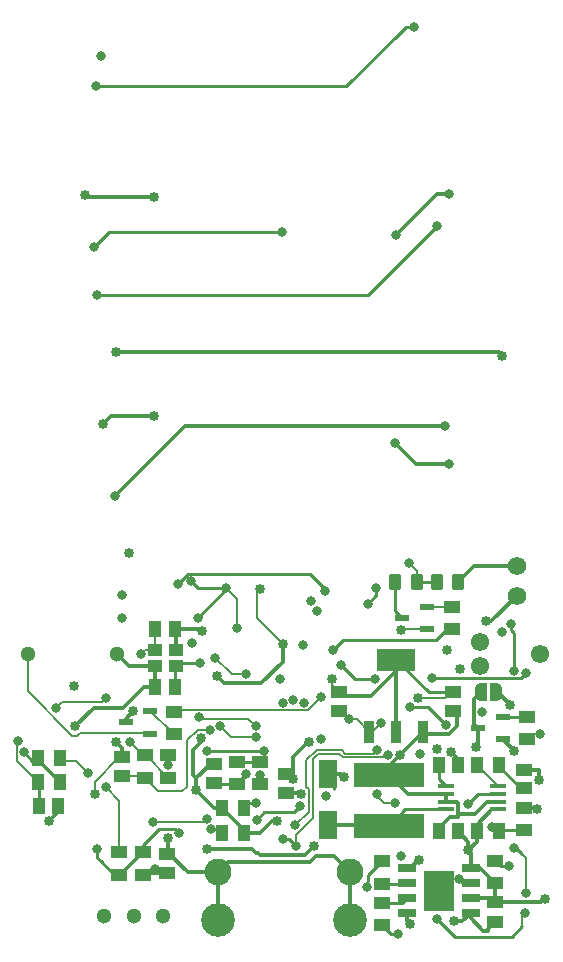
<source format=gbr>
%TF.GenerationSoftware,KiCad,Pcbnew,8.0.5*%
%TF.CreationDate,2024-10-17T19:47:35+02:00*%
%TF.ProjectId,PixelBytesHost,50697865-6c42-4797-9465-73486f73742e,rev?*%
%TF.SameCoordinates,Original*%
%TF.FileFunction,Copper,L4,Bot*%
%TF.FilePolarity,Positive*%
%FSLAX46Y46*%
G04 Gerber Fmt 4.6, Leading zero omitted, Abs format (unit mm)*
G04 Created by KiCad (PCBNEW 8.0.5) date 2024-10-17 19:47:35*
%MOMM*%
%LPD*%
G01*
G04 APERTURE LIST*
G04 Aperture macros list*
%AMRoundRect*
0 Rectangle with rounded corners*
0 $1 Rounding radius*
0 $2 $3 $4 $5 $6 $7 $8 $9 X,Y pos of 4 corners*
0 Add a 4 corners polygon primitive as box body*
4,1,4,$2,$3,$4,$5,$6,$7,$8,$9,$2,$3,0*
0 Add four circle primitives for the rounded corners*
1,1,$1+$1,$2,$3*
1,1,$1+$1,$4,$5*
1,1,$1+$1,$6,$7*
1,1,$1+$1,$8,$9*
0 Add four rect primitives between the rounded corners*
20,1,$1+$1,$2,$3,$4,$5,0*
20,1,$1+$1,$4,$5,$6,$7,0*
20,1,$1+$1,$6,$7,$8,$9,0*
20,1,$1+$1,$8,$9,$2,$3,0*%
%AMFreePoly0*
4,1,19,0.500000,-0.750000,0.000000,-0.750000,0.000000,-0.744911,-0.071157,-0.744911,-0.207708,-0.704816,-0.327430,-0.627875,-0.420627,-0.520320,-0.479746,-0.390866,-0.500000,-0.250000,-0.500000,0.250000,-0.479746,0.390866,-0.420627,0.520320,-0.327430,0.627875,-0.207708,0.704816,-0.071157,0.744911,0.000000,0.744911,0.000000,0.750000,0.500000,0.750000,0.500000,-0.750000,0.500000,-0.750000,
$1*%
%AMFreePoly1*
4,1,19,0.000000,0.744911,0.071157,0.744911,0.207708,0.704816,0.327430,0.627875,0.420627,0.520320,0.479746,0.390866,0.500000,0.250000,0.500000,-0.250000,0.479746,-0.390866,0.420627,-0.520320,0.327430,-0.627875,0.207708,-0.704816,0.071157,-0.744911,0.000000,-0.744911,0.000000,-0.750000,-0.500000,-0.750000,-0.500000,0.750000,0.000000,0.750000,0.000000,0.744911,0.000000,0.744911,
$1*%
G04 Aperture macros list end*
%TA.AperFunction,ComponentPad*%
%ADD10C,1.550000*%
%TD*%
%TA.AperFunction,ComponentPad*%
%ADD11C,2.280000*%
%TD*%
%TA.AperFunction,ComponentPad*%
%ADD12C,2.850000*%
%TD*%
%TA.AperFunction,SMDPad,CuDef*%
%ADD13R,1.470000X1.050000*%
%TD*%
%TA.AperFunction,SMDPad,CuDef*%
%ADD14R,1.050000X1.470000*%
%TD*%
%TA.AperFunction,SMDPad,CuDef*%
%ADD15R,1.525000X0.700000*%
%TD*%
%TA.AperFunction,SMDPad,CuDef*%
%ADD16R,2.513000X3.402000*%
%TD*%
%TA.AperFunction,ComponentPad*%
%ADD17C,1.300000*%
%TD*%
%TA.AperFunction,SMDPad,CuDef*%
%ADD18R,1.250000X0.600000*%
%TD*%
%TA.AperFunction,SMDPad,CuDef*%
%ADD19R,1.450000X1.000000*%
%TD*%
%TA.AperFunction,SMDPad,CuDef*%
%ADD20R,1.000000X1.450000*%
%TD*%
%TA.AperFunction,SMDPad,CuDef*%
%ADD21R,6.000000X2.010000*%
%TD*%
%TA.AperFunction,SMDPad,CuDef*%
%ADD22R,1.470000X1.020000*%
%TD*%
%TA.AperFunction,SMDPad,CuDef*%
%ADD23RoundRect,0.250000X-0.262500X-0.450000X0.262500X-0.450000X0.262500X0.450000X-0.262500X0.450000X0*%
%TD*%
%TA.AperFunction,SMDPad,CuDef*%
%ADD24FreePoly0,0.000000*%
%TD*%
%TA.AperFunction,SMDPad,CuDef*%
%ADD25FreePoly1,0.000000*%
%TD*%
%TA.AperFunction,ComponentPad*%
%ADD26C,1.575000*%
%TD*%
%TA.AperFunction,SMDPad,CuDef*%
%ADD27R,1.020000X1.470000*%
%TD*%
%TA.AperFunction,SMDPad,CuDef*%
%ADD28R,1.400000X0.450000*%
%TD*%
%TA.AperFunction,SMDPad,CuDef*%
%ADD29R,0.900000X1.950000*%
%TD*%
%TA.AperFunction,SMDPad,CuDef*%
%ADD30R,3.200000X1.950000*%
%TD*%
%TA.AperFunction,SMDPad,CuDef*%
%ADD31R,1.200000X1.000000*%
%TD*%
%TA.AperFunction,SMDPad,CuDef*%
%ADD32R,1.550000X2.350000*%
%TD*%
%TA.AperFunction,ViaPad*%
%ADD33C,0.800000*%
%TD*%
%TA.AperFunction,ViaPad*%
%ADD34C,0.850000*%
%TD*%
%TA.AperFunction,Conductor*%
%ADD35C,0.200000*%
%TD*%
%TA.AperFunction,Conductor*%
%ADD36C,0.250000*%
%TD*%
%TA.AperFunction,Conductor*%
%ADD37C,0.350000*%
%TD*%
G04 APERTURE END LIST*
D10*
%TO.P,J1,7*%
%TO.N,N/C*%
X160170000Y-105900000D03*
%TO.P,J1,8*%
X155090000Y-106916000D03*
%TO.P,J1,9*%
X155090000Y-104884000D03*
%TD*%
D11*
%TO.P,J2,MH1,MH1*%
%TO.N,Vgnd_main*%
X132880000Y-124350000D03*
D12*
%TO.P,J2,MH2,MH2*%
X132880000Y-128350000D03*
%TO.P,J2,MH3,MH3*%
X144120000Y-128350000D03*
D11*
%TO.P,J2,MH4,MH4*%
X144120000Y-124350000D03*
%TD*%
D13*
%TO.P,C15,1*%
%TO.N,BMS_Vcc*%
X156400000Y-128580000D03*
%TO.P,C15,2*%
%TO.N,Vgnd_main*%
X156400000Y-126900000D03*
%TD*%
D14*
%TO.P,C8,1*%
%TO.N,Vgnd_main*%
X127610000Y-108650000D03*
%TO.P,C8,2*%
%TO.N,OSC1*%
X129290000Y-108650000D03*
%TD*%
%TO.P,C7,1*%
%TO.N,Vgnd_main*%
X129290000Y-103750000D03*
%TO.P,C7,2*%
%TO.N,OSC2*%
X127610000Y-103750000D03*
%TD*%
D15*
%TO.P,IC_BMS_TP1,1,TEMP*%
%TO.N,Vgnd_main*%
X154312000Y-123995000D03*
%TO.P,IC_BMS_TP1,2,PROG*%
%TO.N,Net-(IC_BMS_TP1-PROG)*%
X154312000Y-125265000D03*
%TO.P,IC_BMS_TP1,3,GND*%
%TO.N,Vgnd_main*%
X154312000Y-126535000D03*
%TO.P,IC_BMS_TP1,4,VCC*%
%TO.N,BMS_Vcc*%
X154312000Y-127805000D03*
%TO.P,IC_BMS_TP1,5,BAT*%
%TO.N,Vdc_battery*%
X148888000Y-127805000D03*
%TO.P,IC_BMS_TP1,6,~{STDBY}*%
%TO.N,Net-(IC_BMS_TP1-~{STDBY})*%
X148888000Y-126535000D03*
%TO.P,IC_BMS_TP1,7,~{CHRG}*%
%TO.N,Net-(IC_BMS_TP1-~{CHRG})*%
X148888000Y-125265000D03*
%TO.P,IC_BMS_TP1,8,CE*%
%TO.N,BMS_Vcc*%
X148888000Y-123995000D03*
D16*
%TO.P,IC_BMS_TP1,9,EP*%
%TO.N,unconnected-(IC_BMS_TP1-EP-Pad9)*%
X151600000Y-125900000D03*
%TD*%
D17*
%TO.P,LS1,1,+*%
%TO.N,Net-(LS1-+)*%
X116800000Y-105900000D03*
%TO.P,LS1,2,-*%
%TO.N,Vgnd_main*%
X124400000Y-105900000D03*
%TD*%
D18*
%TO.P,Q2,1*%
%TO.N,Net-(Q2-Pad1)*%
X127200000Y-110690000D03*
%TO.P,Q2,2*%
%TO.N,Net-(LS1-+)*%
X127200000Y-112600000D03*
%TO.P,Q2,3*%
%TO.N,display_main*%
X125100000Y-111645000D03*
%TD*%
D19*
%TO.P,R4,1*%
%TO.N,Buzzer*%
X129200000Y-110745000D03*
%TO.P,R4,2*%
%TO.N,Net-(Q2-Pad1)*%
X129200000Y-112645000D03*
%TD*%
D20*
%TO.P,R10,1*%
%TO.N,Net-(R10-Pad1)*%
X117650000Y-114700000D03*
%TO.P,R10,2*%
%TO.N,uc_supply*%
X119550000Y-114700000D03*
%TD*%
D19*
%TO.P,R14,1*%
%TO.N,Net-(R11-Pad2)*%
X124570000Y-124550000D03*
%TO.P,R14,2*%
%TO.N,uc_supply*%
X124570000Y-122650000D03*
%TD*%
%TO.P,R13,1*%
%TO.N,Net-(R12-Pad1)*%
X126700000Y-114450000D03*
%TO.P,R13,2*%
%TO.N,S_up*%
X126700000Y-116350000D03*
%TD*%
%TO.P,R16,1*%
%TO.N,Net-(R15-Pad2)*%
X136500000Y-115000000D03*
%TO.P,R16,2*%
%TO.N,uc_supply*%
X136500000Y-116900000D03*
%TD*%
%TO.P,R23,1*%
%TO.N,Net-(IC_BMS_TP1-~{STDBY})*%
X146800000Y-126950000D03*
%TO.P,R23,2*%
%TO.N,Net-(LED_green_bms1-K)*%
X146800000Y-128850000D03*
%TD*%
%TO.P,R24,1*%
%TO.N,Net-(IC_BMS_TP1-~{CHRG})*%
X146800000Y-125300000D03*
%TO.P,R24,2*%
%TO.N,Net-(LED_Red_bms1-K)*%
X146800000Y-123400000D03*
%TD*%
%TO.P,R21,1*%
%TO.N,Vgnd_main*%
X156400000Y-125250000D03*
%TO.P,R21,2*%
%TO.N,Net-(IC_BMS_TP1-PROG)*%
X156400000Y-123350000D03*
%TD*%
D20*
%TO.P,R25,1*%
%TO.N,Vgnd_main*%
X133250000Y-118900000D03*
%TO.P,R25,2*%
%TO.N,Net-(J2-CC1)*%
X135150000Y-118900000D03*
%TD*%
D17*
%TO.P,SW_Toggle1,1,1*%
%TO.N,Vdc_battery*%
X123275000Y-128050000D03*
%TO.P,SW_Toggle1,2,2*%
%TO.N,In_Vcc*%
X125775000Y-128050000D03*
%TO.P,SW_Toggle1,3,3*%
%TO.N,unconnected-(SW_Toggle1-Pad3)*%
X128275000Y-128050000D03*
%TD*%
D21*
%TO.P,L1,1*%
%TO.N,Net-(D1-A)*%
X147400000Y-120400000D03*
%TO.P,L1,2*%
%TO.N,In_Vcc*%
X147400000Y-116100000D03*
%TD*%
D18*
%TO.P,Q3,1*%
%TO.N,Net-(Q3-Pad1)*%
X157050065Y-111169365D03*
%TO.P,Q3,2*%
%TO.N,display_main*%
X157050065Y-113079365D03*
%TO.P,Q3,3*%
%TO.N,display_supply*%
X154950065Y-112124365D03*
%TD*%
D22*
%TO.P,C21,1*%
%TO.N,Vgnd_main*%
X138700000Y-116000000D03*
%TO.P,C21,2*%
%TO.N,display_supply*%
X138700000Y-117600000D03*
%TD*%
D23*
%TO.P,R3,1*%
%TO.N,Net-(Q1-Pad3)*%
X147937500Y-99800000D03*
%TO.P,R3,2*%
%TO.N,bat_meas*%
X149762500Y-99800000D03*
%TD*%
D19*
%TO.P,R1,1*%
%TO.N,meas_bat_en*%
X152750000Y-103750000D03*
%TO.P,R1,2*%
%TO.N,Net-(Q1-Pad1)*%
X152750000Y-101850000D03*
%TD*%
D24*
%TO.P,JP2,1,A*%
%TO.N,display_supply*%
X155150000Y-109100000D03*
D25*
%TO.P,JP2,2,B*%
%TO.N,display_main*%
X156450000Y-109100000D03*
%TD*%
D20*
%TO.P,R9,1*%
%TO.N,S_left*%
X117650000Y-116700000D03*
%TO.P,R9,2*%
%TO.N,Net-(R10-Pad1)*%
X119550000Y-116700000D03*
%TD*%
D19*
%TO.P,R11,1*%
%TO.N,S_down*%
X126600000Y-124550000D03*
%TO.P,R11,2*%
%TO.N,Net-(R11-Pad2)*%
X126600000Y-122650000D03*
%TD*%
D22*
%TO.P,C12,1*%
%TO.N,S_right*%
X132575000Y-116750000D03*
%TO.P,C12,2*%
%TO.N,Vgnd_main*%
X132575000Y-115150000D03*
%TD*%
D20*
%TO.P,R28,1*%
%TO.N,Net-(IC3-FB)*%
X156750000Y-120850000D03*
%TO.P,R28,2*%
%TO.N,Vgnd_main*%
X154850000Y-120850000D03*
%TD*%
D19*
%TO.P,R15,1*%
%TO.N,S_right*%
X134500000Y-116900000D03*
%TO.P,R15,2*%
%TO.N,Net-(R15-Pad2)*%
X134500000Y-115000000D03*
%TD*%
D26*
%TO.P,J3,1,1*%
%TO.N,Vdc_battery*%
X158200000Y-98450000D03*
%TO.P,J3,2,2*%
%TO.N,Vgnd_main*%
X158200000Y-100950000D03*
%TD*%
D23*
%TO.P,R2,1*%
%TO.N,bat_meas*%
X151437500Y-99800000D03*
%TO.P,R2,2*%
%TO.N,Vdc_battery*%
X153262500Y-99800000D03*
%TD*%
D27*
%TO.P,C19,1*%
%TO.N,Vgnd_main*%
X153200000Y-120850000D03*
%TO.P,C19,2*%
%TO.N,In_Vcc*%
X151600000Y-120850000D03*
%TD*%
D19*
%TO.P,R27,1*%
%TO.N,display_supply*%
X158800000Y-118900000D03*
%TO.P,R27,2*%
%TO.N,Net-(IC3-FB)*%
X158800000Y-120800000D03*
%TD*%
%TO.P,R12,1*%
%TO.N,Net-(R12-Pad1)*%
X128705000Y-116350000D03*
%TO.P,R12,2*%
%TO.N,uc_supply*%
X128705000Y-114450000D03*
%TD*%
D22*
%TO.P,C18,1*%
%TO.N,Vgnd_main*%
X158800000Y-115650000D03*
%TO.P,C18,2*%
%TO.N,Net-(C18-Pad2)*%
X158800000Y-117250000D03*
%TD*%
D27*
%TO.P,C20,1*%
%TO.N,Vgnd_main*%
X153200000Y-115250000D03*
%TO.P,C20,2*%
%TO.N,Net-(IC3-SS)*%
X151600000Y-115250000D03*
%TD*%
D28*
%TO.P,IC3,1,COMP*%
%TO.N,Net-(IC3-COMP)*%
X156600000Y-117075000D03*
%TO.P,IC3,2,FB*%
%TO.N,Net-(IC3-FB)*%
X156600000Y-117725000D03*
%TO.P,IC3,3,EN*%
%TO.N,In_Vcc*%
X156600000Y-118375000D03*
%TO.P,IC3,4,PGND*%
%TO.N,Vgnd_main*%
X156600000Y-119025000D03*
%TO.P,IC3,5,SW*%
%TO.N,Net-(D1-A)*%
X152200000Y-119025000D03*
%TO.P,IC3,6,IN*%
%TO.N,In_Vcc*%
X152200000Y-118375000D03*
%TO.P,IC3,7,FREQ*%
X152200000Y-117725000D03*
%TO.P,IC3,8,SS*%
%TO.N,Net-(IC3-SS)*%
X152200000Y-117075000D03*
%TD*%
D22*
%TO.P,C16,1*%
%TO.N,In_Vcc*%
X152800000Y-110705000D03*
%TO.P,C16,2*%
%TO.N,Vgnd_main*%
X152800000Y-109105000D03*
%TD*%
D29*
%TO.P,IC2,1,VIN*%
%TO.N,In_Vcc*%
X150300000Y-112450000D03*
%TO.P,IC2,2,GND_1*%
%TO.N,Vgnd_main*%
X148000000Y-112450000D03*
%TO.P,IC2,3,VOUT*%
%TO.N,uc_supply*%
X145700000Y-112450000D03*
D30*
%TO.P,IC2,4,GND_2*%
%TO.N,Vgnd_main*%
X148000000Y-106350000D03*
%TD*%
D20*
%TO.P,R26,1*%
%TO.N,Net-(IC3-COMP)*%
X154850000Y-115250000D03*
%TO.P,R26,2*%
%TO.N,Net-(C18-Pad2)*%
X156750000Y-115250000D03*
%TD*%
D31*
%TO.P,Y1,1,CRYSTAL_1*%
%TO.N,OSC2*%
X127625000Y-105550000D03*
%TO.P,Y1,2,GND_1*%
%TO.N,Vgnd_main*%
X129325000Y-105550000D03*
%TO.P,Y1,3,CRYSTAL_2*%
%TO.N,OSC1*%
X129325000Y-106850000D03*
%TO.P,Y1,4,GND_2*%
%TO.N,Vgnd_main*%
X127625000Y-106850000D03*
%TD*%
D20*
%TO.P,R29,1*%
%TO.N,Net-(J2-CC2)*%
X133250000Y-121000000D03*
%TO.P,R29,2*%
%TO.N,Vgnd_main*%
X135150000Y-121000000D03*
%TD*%
D22*
%TO.P,C17,1*%
%TO.N,uc_supply*%
X143200000Y-110705000D03*
%TO.P,C17,2*%
%TO.N,Vgnd_main*%
X143200000Y-109105000D03*
%TD*%
D32*
%TO.P,D1,1,K*%
%TO.N,display_supply*%
X142200000Y-116050000D03*
%TO.P,D1,2,A*%
%TO.N,Net-(D1-A)*%
X142200000Y-120350000D03*
%TD*%
D22*
%TO.P,C10,1*%
%TO.N,S_down*%
X128570000Y-124400000D03*
%TO.P,C10,2*%
%TO.N,Vgnd_main*%
X128570000Y-122800000D03*
%TD*%
%TO.P,C11,1*%
%TO.N,Vgnd_main*%
X124805000Y-114600000D03*
%TO.P,C11,2*%
%TO.N,S_up*%
X124805000Y-116200000D03*
%TD*%
D19*
%TO.P,R22,1*%
%TO.N,uc_enable_display*%
X159100065Y-113074365D03*
%TO.P,R22,2*%
%TO.N,Net-(Q3-Pad1)*%
X159100065Y-111174365D03*
%TD*%
D18*
%TO.P,Q1,1*%
%TO.N,Net-(Q1-Pad1)*%
X150600000Y-101845000D03*
%TO.P,Q1,2*%
%TO.N,Vgnd_main*%
X150600000Y-103755000D03*
%TO.P,Q1,3*%
%TO.N,Net-(Q1-Pad3)*%
X148500000Y-102800000D03*
%TD*%
D27*
%TO.P,C9,1*%
%TO.N,S_left*%
X117800000Y-118700000D03*
%TO.P,C9,2*%
%TO.N,Vgnd_main*%
X119400000Y-118700000D03*
%TD*%
D33*
%TO.N,uc_supply*%
X128700000Y-115300000D03*
X133600000Y-100300000D03*
X134500000Y-103700000D03*
X123400000Y-117100000D03*
X133100000Y-112000000D03*
X146700000Y-111700000D03*
X130625000Y-99700000D03*
X144000000Y-111400000D03*
X121900000Y-115900000D03*
X150000000Y-114300000D03*
X146300000Y-100275000D03*
X145600000Y-101600000D03*
X136500000Y-116100000D03*
X131200000Y-102800000D03*
X136100000Y-112900000D03*
%TO.N,OSC2*%
X135295158Y-107574999D03*
X126400000Y-105900000D03*
X132700000Y-106200000D03*
%TO.N,OSC1*%
X131400000Y-106600000D03*
D34*
%TO.N,In_Vcc*%
X148362347Y-114387653D03*
%TO.N,Vgnd_main*%
X120800000Y-112000000D03*
X152612071Y-114142775D03*
X154100000Y-122500000D03*
X128700000Y-121400000D03*
X124300000Y-80300000D03*
X160600000Y-126600000D03*
X155600000Y-103100000D03*
X157000000Y-80600000D03*
X148400000Y-103800000D03*
X153400000Y-107100000D03*
X122500000Y-117700000D03*
X131500000Y-113000000D03*
X138400000Y-105000000D03*
X131100000Y-117400000D03*
X142600000Y-108000000D03*
X149812294Y-109574142D03*
X132800000Y-107700000D03*
X136500000Y-100400000D03*
X124300000Y-113300000D03*
X160110254Y-116495644D03*
X137900000Y-120000000D03*
X139300000Y-116464998D03*
X131600000Y-103900000D03*
X118600000Y-120000000D03*
X140599406Y-113322354D03*
%TO.N,BMS_Vcc*%
X149900000Y-123300000D03*
X132000000Y-122400000D03*
X141041585Y-122137979D03*
X152300000Y-105500000D03*
X152900000Y-128500000D03*
%TO.N,display_main*%
X157650000Y-110150000D03*
X158000000Y-114050000D03*
X121700000Y-67000000D03*
X151500000Y-113900000D03*
X123200000Y-86400000D03*
X120700000Y-108600000D03*
X125715686Y-110715686D03*
X127500000Y-85700000D03*
X127500000Y-67200000D03*
D33*
%TO.N,Net-(LED_green_bms1-K)*%
X148200000Y-129600000D03*
%TO.N,Net-(IC_BMS_TP1-PROG)*%
X153356502Y-124920723D03*
X157600000Y-123800000D03*
%TO.N,Net-(IC3-FB)*%
X156100000Y-120500000D03*
X154050000Y-118599997D03*
%TO.N,uc_enable_display*%
X141600000Y-113100000D03*
X160200000Y-112650000D03*
%TO.N,Net-(LED_Red_bms1-K)*%
X145500000Y-125600000D03*
D34*
%TO.N,display_supply*%
X154750000Y-113775000D03*
X159900000Y-119000000D03*
X143600000Y-116300000D03*
X139950000Y-117726281D03*
D33*
%TO.N,SWDIO*%
X143300000Y-106800000D03*
X159000000Y-107500000D03*
X151000000Y-107900000D03*
X146200000Y-108000000D03*
%TO.N,reset*%
X138200000Y-108000000D03*
X157000000Y-104000000D03*
%TO.N,SWCLK*%
X158000000Y-107300000D03*
X157700000Y-103300000D03*
%TO.N,Net-(J2-CC1)*%
X136100000Y-118500000D03*
%TO.N,Net-(J2-CC2)*%
X136200000Y-119900000D03*
X132300000Y-120700000D03*
X139900002Y-118700000D03*
%TO.N,meas_bat_en*%
X142700000Y-105500000D03*
%TO.N,bat_meas*%
X149100000Y-98200000D03*
X140225735Y-109999998D03*
%TO.N,ISDS_SCL*%
X140800000Y-101400000D03*
X124800000Y-100900000D03*
%TO.N,ISDS_SDA*%
X124800000Y-102800000D03*
X140100000Y-105100000D03*
%TO.N,Net-(R10-Pad1)*%
X116500000Y-114200000D03*
%TO.N,USB_D+*%
X139533884Y-122133884D03*
X147276992Y-114376992D03*
X138400000Y-121500000D03*
%TO.N,USB_D-*%
X146416560Y-114000000D03*
X139475735Y-120375735D03*
%TO.N,Net-(R12-Pad1)*%
X125445668Y-113325000D03*
%TO.N,Net-(R11-Pad2)*%
X122700000Y-122400000D03*
X129636659Y-120983707D03*
%TO.N,Net-(R15-Pad2)*%
X136800000Y-114100000D03*
X132000000Y-114039998D03*
%TO.N,Net-(R18-Pad2)*%
X158004747Y-122254113D03*
X159000000Y-126125000D03*
X151500000Y-128300000D03*
X158900000Y-127800000D03*
%TO.N,Net-(R17-Pad2)*%
X147900000Y-118500000D03*
X149184015Y-110384015D03*
X146400000Y-117705002D03*
X152200000Y-111900000D03*
%TO.N,Net-(U1-Vdi_s5)*%
X124200000Y-92450000D03*
X152150000Y-86550000D03*
%TO.N,Net-(U1-Vdi_s3)*%
X138300000Y-70100000D03*
X122400000Y-71400000D03*
%TO.N,Net-(U1-Vdi_s2)*%
X122600000Y-57800000D03*
X149500000Y-52800000D03*
%TO.N,Net-(U1-Vdi_s6)*%
X152450000Y-89800000D03*
X147950000Y-70400000D03*
X147900000Y-88000000D03*
X152500000Y-66900000D03*
%TO.N,Net-(U1-Vdi_s4)*%
X122700000Y-75500000D03*
X151500000Y-69600000D03*
%TO.N,PWM_display*%
X139300000Y-109800000D03*
X123000000Y-55200000D03*
%TO.N,Buzzer*%
X141600000Y-109500000D03*
%TO.N,S_b*%
X155300000Y-110800000D03*
X138422503Y-109999998D03*
%TO.N,S_a*%
X148400000Y-123000000D03*
X142100000Y-117900000D03*
%TO.N,S_right*%
X135300000Y-116000000D03*
%TO.N,S_left*%
X119200000Y-110400000D03*
X136100000Y-112000000D03*
X131300000Y-111199998D03*
X116000000Y-113200000D03*
X123400000Y-109625000D03*
%TO.N,S_down*%
X131983988Y-119857302D03*
X127600000Y-124100000D03*
X127400000Y-120100000D03*
%TO.N,S_up*%
X132224786Y-112275214D03*
%TO.N,ISDS_int_0*%
X141325000Y-102200000D03*
X130700000Y-104900000D03*
%TO.N,ISDS_int_1*%
X129525000Y-99949498D03*
X142000000Y-100500000D03*
D34*
%TO.N,Vdc_battery*%
X125400000Y-97300000D03*
X149150000Y-128750000D03*
%TD*%
D35*
%TO.N,uc_supply*%
X119550000Y-114900000D02*
X120900000Y-114900000D01*
D36*
X131225000Y-100300000D02*
X130625000Y-99700000D01*
X146300000Y-100900000D02*
X145600000Y-101600000D01*
D35*
X136425000Y-116900000D02*
X136425000Y-116175000D01*
X144000000Y-111400000D02*
X143895000Y-111400000D01*
X143895000Y-111400000D02*
X143200000Y-110705000D01*
D36*
X133600000Y-100400000D02*
X133600000Y-100300000D01*
X146300000Y-100275000D02*
X146300000Y-100900000D01*
D35*
X124570000Y-122650000D02*
X124570000Y-118270000D01*
X144650000Y-111400000D02*
X145700000Y-112450000D01*
X145700000Y-112450000D02*
X145950000Y-112450000D01*
X120900000Y-114900000D02*
X121900000Y-115900000D01*
D36*
X131200000Y-102800000D02*
X133600000Y-100400000D01*
D35*
X128700000Y-115300000D02*
X128700000Y-114455000D01*
X144000000Y-111400000D02*
X144650000Y-111400000D01*
X134000000Y-112900000D02*
X133100000Y-112000000D01*
X124570000Y-118270000D02*
X123400000Y-117100000D01*
X145950000Y-112450000D02*
X146700000Y-111700000D01*
D36*
X133600000Y-100300000D02*
X131225000Y-100300000D01*
D35*
X134500000Y-103700000D02*
X134500000Y-101200000D01*
X128700000Y-114455000D02*
X128705000Y-114450000D01*
X136100000Y-112900000D02*
X134000000Y-112900000D01*
X136425000Y-116175000D02*
X136500000Y-116100000D01*
X134500000Y-101200000D02*
X133600000Y-100300000D01*
%TO.N,OSC2*%
X127625000Y-105550000D02*
X126750000Y-105550000D01*
X132700000Y-106200000D02*
X134074999Y-107574999D01*
X126750000Y-105550000D02*
X126400000Y-105900000D01*
X127625000Y-103765000D02*
X127610000Y-103750000D01*
X134074999Y-107574999D02*
X135295158Y-107574999D01*
X127625000Y-105550000D02*
X127625000Y-103765000D01*
D36*
%TO.N,OSC1*%
X129290000Y-108650000D02*
X129290000Y-106885000D01*
X129575000Y-106600000D02*
X129325000Y-106850000D01*
X131400000Y-106600000D02*
X129575000Y-106600000D01*
X129290000Y-106885000D02*
X129325000Y-106850000D01*
D37*
%TO.N,In_Vcc*%
X151600000Y-120850000D02*
X151600000Y-120625000D01*
X152200000Y-117725000D02*
X149025000Y-117725000D01*
X147400000Y-115350000D02*
X150300000Y-112450000D01*
X153150000Y-111055000D02*
X152800000Y-110705000D01*
X153150000Y-118375000D02*
X152200000Y-118375000D01*
X150300000Y-112450000D02*
X150475000Y-112625000D01*
X153150000Y-111975305D02*
X153150000Y-111055000D01*
X152500305Y-112625000D02*
X153150000Y-111975305D01*
X156600000Y-118375000D02*
X155675000Y-118375000D01*
X149025000Y-117725000D02*
X147400000Y-116100000D01*
X152200000Y-118375000D02*
X152200000Y-117725000D01*
X152600000Y-119625000D02*
X153275000Y-119625000D01*
X153275000Y-119625000D02*
X153275000Y-119400000D01*
X154650000Y-119400000D02*
X153275000Y-119400000D01*
X150475000Y-112625000D02*
X152500305Y-112625000D01*
X147400000Y-116100000D02*
X147400000Y-115350000D01*
X153275000Y-118500000D02*
X153150000Y-118375000D01*
X150300000Y-112450000D02*
X150525000Y-112675000D01*
X155675000Y-118375000D02*
X154650000Y-119400000D01*
X151600000Y-120625000D02*
X152600000Y-119625000D01*
X153275000Y-119400000D02*
X153275000Y-118500000D01*
%TO.N,Vgnd_main*%
X156050000Y-103100000D02*
X158200000Y-100950000D01*
X129325000Y-105550000D02*
X129325000Y-103785000D01*
D35*
X142600000Y-108000000D02*
X142600000Y-108505000D01*
D37*
X156700000Y-80300000D02*
X157000000Y-80600000D01*
X148000000Y-106350000D02*
X148000000Y-107296016D01*
X139300000Y-114600000D02*
X140400000Y-113500000D01*
X160050000Y-115650000D02*
X160110254Y-115710254D01*
X148000000Y-112450000D02*
X148000000Y-106350000D01*
X156400000Y-125250000D02*
X155145000Y-123995000D01*
D36*
X150755000Y-109105000D02*
X148000000Y-106350000D01*
D37*
X133250000Y-118900000D02*
X132600000Y-118900000D01*
X135150000Y-120800000D02*
X133250000Y-118900000D01*
D35*
X138400000Y-105000000D02*
X136200000Y-102800000D01*
D37*
X144120000Y-124350000D02*
X142770000Y-123000000D01*
X119400000Y-118700000D02*
X119400000Y-119200000D01*
X124900000Y-110400000D02*
X122400000Y-110400000D01*
X156125000Y-119025000D02*
X154850000Y-120300000D01*
X125350000Y-106850000D02*
X124400000Y-105900000D01*
D35*
X152130858Y-109574142D02*
X149812294Y-109574142D01*
D37*
X124950000Y-110350000D02*
X124900000Y-110400000D01*
X155145000Y-123995000D02*
X154312000Y-123995000D01*
X135150000Y-121000000D02*
X135150000Y-120800000D01*
X153200000Y-114730704D02*
X152612071Y-114142775D01*
X130800000Y-116100000D02*
X130800000Y-114000000D01*
X131450000Y-103750000D02*
X131600000Y-103900000D01*
X154312000Y-126535000D02*
X156035000Y-126535000D01*
X154100000Y-121750000D02*
X153200000Y-120850000D01*
X124805000Y-113805000D02*
X124300000Y-113300000D01*
D35*
X152600000Y-109105000D02*
X152130858Y-109574142D01*
X148400000Y-103800000D02*
X148445000Y-103755000D01*
D37*
X145855140Y-109440876D02*
X143535875Y-109440876D01*
X141200000Y-123000000D02*
X140700000Y-123500000D01*
X160110254Y-115710254D02*
X160110254Y-116495644D01*
X140400000Y-113500000D02*
X140577646Y-113322354D01*
X139300000Y-116464998D02*
X139164998Y-116464998D01*
X128700000Y-122670000D02*
X128570000Y-122800000D01*
X154850000Y-121750000D02*
X154100000Y-122500000D01*
X154312000Y-123995000D02*
X154312000Y-122712000D01*
X136550001Y-108349999D02*
X138400000Y-106500000D01*
X127625000Y-106850000D02*
X125350000Y-106850000D01*
X119400000Y-119200000D02*
X118600000Y-120000000D01*
X122400000Y-110400000D02*
X120800000Y-112000000D01*
X132600000Y-118900000D02*
X131100000Y-117400000D01*
X155600000Y-103100000D02*
X156050000Y-103100000D01*
X128795000Y-122800000D02*
X130345000Y-124350000D01*
X132800000Y-107700000D02*
X133449999Y-108349999D01*
D35*
X136200000Y-101300000D02*
X136200000Y-100700000D01*
D37*
X133449999Y-108349999D02*
X136550001Y-108349999D01*
X156600000Y-119025000D02*
X156125000Y-119025000D01*
X135150000Y-121000000D02*
X136500000Y-121000000D01*
X129325000Y-103785000D02*
X129290000Y-103750000D01*
X156400000Y-125250000D02*
X156400000Y-126900000D01*
X148000000Y-107296016D02*
X145855140Y-109440876D01*
X131100000Y-116400000D02*
X130800000Y-116100000D01*
X156035000Y-126535000D02*
X156400000Y-126900000D01*
X154100000Y-122500000D02*
X154100000Y-121750000D01*
X136500000Y-121000000D02*
X137500000Y-120000000D01*
D35*
X142600000Y-108505000D02*
X143200000Y-109105000D01*
D37*
X131100000Y-116400000D02*
X132350000Y-115150000D01*
X139164998Y-116464998D02*
X138700000Y-116000000D01*
X154850000Y-120850000D02*
X154850000Y-121750000D01*
X144120000Y-128350000D02*
X144120000Y-124350000D01*
X126650000Y-108650000D02*
X124950000Y-110350000D01*
X154312000Y-122712000D02*
X154100000Y-122500000D01*
X127610000Y-108650000D02*
X126650000Y-108650000D01*
X138400000Y-106500000D02*
X138400000Y-105000000D01*
X132350000Y-115150000D02*
X132575000Y-115150000D01*
D35*
X152800000Y-109105000D02*
X152600000Y-109105000D01*
X124805000Y-114600000D02*
X124580000Y-114600000D01*
D37*
X128700000Y-121400000D02*
X128700000Y-122670000D01*
D35*
X124580000Y-114600000D02*
X122500000Y-116680000D01*
D36*
X152800000Y-109105000D02*
X150755000Y-109105000D01*
D35*
X136200000Y-102800000D02*
X136200000Y-101300000D01*
D37*
X124805000Y-114600000D02*
X124805000Y-113805000D01*
X127610000Y-108650000D02*
X127610000Y-106865000D01*
X130800000Y-114000000D02*
X131500000Y-113300000D01*
X129290000Y-103750000D02*
X131450000Y-103750000D01*
X131100000Y-117400000D02*
X131100000Y-116400000D01*
X133730000Y-123500000D02*
X132880000Y-124350000D01*
X139300000Y-116464998D02*
X139300000Y-114600000D01*
X124300000Y-80300000D02*
X156700000Y-80300000D01*
D35*
X148445000Y-103755000D02*
X150600000Y-103755000D01*
D37*
X158800000Y-115650000D02*
X160050000Y-115650000D01*
X131500000Y-113300000D02*
X131500000Y-113000000D01*
X132880000Y-128350000D02*
X132880000Y-124350000D01*
X154850000Y-120300000D02*
X154850000Y-120850000D01*
X160300000Y-126900000D02*
X160600000Y-126600000D01*
X137500000Y-120000000D02*
X137900000Y-120000000D01*
X142770000Y-123000000D02*
X141200000Y-123000000D01*
X153200000Y-115250000D02*
X153200000Y-114730704D01*
X140700000Y-123500000D02*
X133730000Y-123500000D01*
X140577646Y-113322354D02*
X140599406Y-113322354D01*
X130345000Y-124350000D02*
X132880000Y-124350000D01*
D35*
X122500000Y-116680000D02*
X122500000Y-117700000D01*
D37*
X128570000Y-122800000D02*
X128795000Y-122800000D01*
X156400000Y-126900000D02*
X160300000Y-126900000D01*
D35*
X136200000Y-100700000D02*
X136500000Y-100400000D01*
D37*
X127610000Y-106865000D02*
X127625000Y-106850000D01*
%TO.N,BMS_Vcc*%
X153617000Y-128500000D02*
X154312000Y-127805000D01*
X136300000Y-122700000D02*
X136508884Y-122908884D01*
X140270680Y-122908884D02*
X141041585Y-122137979D01*
X155400000Y-129300000D02*
X155800000Y-129300000D01*
X136508884Y-122908884D02*
X140270680Y-122908884D01*
X155800000Y-129300000D02*
X155800000Y-129180000D01*
X149205000Y-123995000D02*
X149900000Y-123300000D01*
X154312000Y-128212000D02*
X155400000Y-129300000D01*
X148888000Y-123995000D02*
X149205000Y-123995000D01*
X154312000Y-127805000D02*
X154312000Y-128212000D01*
X148900000Y-123983000D02*
X148888000Y-123995000D01*
X135800000Y-122400000D02*
X136100000Y-122700000D01*
X136100000Y-122700000D02*
X136300000Y-122700000D01*
X152900000Y-128500000D02*
X153617000Y-128500000D01*
X155800000Y-129180000D02*
X156400000Y-128580000D01*
X132000000Y-122400000D02*
X135800000Y-122400000D01*
D36*
%TO.N,Net-(C18-Pad2)*%
X158800000Y-117250000D02*
X158575000Y-117250000D01*
X158575000Y-117250000D02*
X156750000Y-115425000D01*
X156750000Y-115425000D02*
X156750000Y-115250000D01*
%TO.N,Net-(IC3-SS)*%
X151600000Y-116475000D02*
X152200000Y-117075000D01*
X151600000Y-115250000D02*
X151600000Y-116475000D01*
D37*
%TO.N,display_main*%
X156600000Y-109100000D02*
X157650000Y-110150000D01*
X123900000Y-85700000D02*
X123600000Y-86000000D01*
X125100000Y-111331372D02*
X125715686Y-110715686D01*
X156450000Y-109100000D02*
X156600000Y-109100000D01*
X125100000Y-111645000D02*
X125100000Y-111331372D01*
D35*
X157050065Y-113079365D02*
X157050065Y-112850065D01*
D37*
X127500000Y-67200000D02*
X121900000Y-67200000D01*
X157050065Y-113100065D02*
X158000000Y-114050000D01*
X157050065Y-113079365D02*
X157050065Y-113100065D01*
X123600000Y-86000000D02*
X123200000Y-86400000D01*
X121900000Y-67200000D02*
X121700000Y-67000000D01*
D36*
X157055065Y-113074365D02*
X157050065Y-113079365D01*
D37*
X127500000Y-85700000D02*
X123900000Y-85700000D01*
D35*
%TO.N,Net-(IC3-COMP)*%
X156600000Y-117000000D02*
X154850000Y-115250000D01*
X156600000Y-117075000D02*
X156600000Y-117000000D01*
D36*
%TO.N,Net-(LED_green_bms1-K)*%
X148200000Y-129600000D02*
X147550000Y-129600000D01*
X147550000Y-129600000D02*
X146800000Y-128850000D01*
%TO.N,Net-(IC_BMS_TP1-PROG)*%
X153700779Y-125265000D02*
X153356502Y-124920723D01*
X154312000Y-125265000D02*
X153700779Y-125265000D01*
X157600000Y-123800000D02*
X156850000Y-123800000D01*
X156850000Y-123800000D02*
X156400000Y-123350000D01*
%TO.N,Net-(IC_BMS_TP1-~{STDBY})*%
X148473000Y-126950000D02*
X148888000Y-126535000D01*
X146800000Y-126950000D02*
X148473000Y-126950000D01*
%TO.N,Net-(IC_BMS_TP1-~{CHRG})*%
X148853000Y-125300000D02*
X148888000Y-125265000D01*
X146800000Y-125300000D02*
X148853000Y-125300000D01*
%TO.N,Net-(IC3-FB)*%
X156600000Y-117725000D02*
X154924997Y-117725000D01*
X156800000Y-120800000D02*
X156750000Y-120850000D01*
X156400000Y-120500000D02*
X156750000Y-120850000D01*
X156100000Y-120500000D02*
X156400000Y-120500000D01*
X158800000Y-120800000D02*
X156800000Y-120800000D01*
X154924997Y-117725000D02*
X154050000Y-118599997D01*
D35*
%TO.N,uc_enable_display*%
X160200000Y-112650000D02*
X159524430Y-112650000D01*
X159524430Y-112650000D02*
X159100065Y-113074365D01*
D36*
%TO.N,Net-(LED_Red_bms1-K)*%
X145500000Y-125200000D02*
X145585000Y-125115000D01*
X145585000Y-124615000D02*
X146800000Y-123400000D01*
X145500000Y-125600000D02*
X145500000Y-125200000D01*
X145585000Y-125115000D02*
X145585000Y-124615000D01*
D37*
%TO.N,Net-(D1-A)*%
X142200000Y-120350000D02*
X147350000Y-120350000D01*
D36*
X148775000Y-119025000D02*
X147400000Y-120400000D01*
D37*
X147350000Y-120350000D02*
X147400000Y-120400000D01*
D36*
X152200000Y-119025000D02*
X148775000Y-119025000D01*
D37*
%TO.N,display_supply*%
X154575000Y-111749300D02*
X154575000Y-109675000D01*
X158800000Y-118900000D02*
X159800000Y-118900000D01*
X139823719Y-117600000D02*
X139950000Y-117726281D01*
X138700000Y-117600000D02*
X139823719Y-117600000D01*
D35*
X158574480Y-119275520D02*
X158499481Y-119200521D01*
D36*
X142727690Y-117255012D02*
X142727690Y-116577690D01*
D37*
X142200000Y-116050000D02*
X143350000Y-116050000D01*
X154950065Y-113574935D02*
X154750000Y-113775000D01*
X159800000Y-118900000D02*
X159900000Y-119000000D01*
X154575000Y-109675000D02*
X155150000Y-109100000D01*
X154950065Y-112124365D02*
X154950065Y-113574935D01*
D36*
X142727690Y-116577690D02*
X142200000Y-116050000D01*
D37*
X143350000Y-116050000D02*
X143600000Y-116300000D01*
X154950065Y-112124365D02*
X154575000Y-111749300D01*
D36*
%TO.N,SWDIO*%
X151025000Y-107925000D02*
X151000000Y-107900000D01*
X146200000Y-108000000D02*
X144500000Y-108000000D01*
X158575000Y-107925000D02*
X151025000Y-107925000D01*
X159000000Y-107500000D02*
X158575000Y-107925000D01*
X144500000Y-108000000D02*
X143300000Y-106800000D01*
%TO.N,SWCLK*%
X157700000Y-103800000D02*
X158000000Y-104100000D01*
X157700000Y-103300000D02*
X157700000Y-103800000D01*
X158000000Y-104100000D02*
X158000000Y-107300000D01*
%TO.N,Net-(J2-CC1)*%
X136100000Y-118500000D02*
X135550000Y-118500000D01*
X135550000Y-118500000D02*
X135150000Y-118900000D01*
%TO.N,Net-(J2-CC2)*%
X139350002Y-119250000D02*
X137500000Y-119250000D01*
X132300000Y-120700000D02*
X132950000Y-120700000D01*
X132950000Y-120700000D02*
X133250000Y-121000000D01*
X136850000Y-119250000D02*
X136200000Y-119900000D01*
X137500000Y-119250000D02*
X136850000Y-119250000D01*
X139900002Y-118700000D02*
X139350002Y-119250000D01*
%TO.N,Net-(Q1-Pad3)*%
X147937500Y-102237500D02*
X148500000Y-102800000D01*
X147937500Y-99800000D02*
X147937500Y-102237500D01*
%TO.N,meas_bat_en*%
X143500000Y-104700000D02*
X142700000Y-105500000D01*
X151400000Y-104700000D02*
X143500000Y-104700000D01*
X152750000Y-103750000D02*
X152350000Y-103750000D01*
X152350000Y-103750000D02*
X151400000Y-104700000D01*
%TO.N,bat_meas*%
X151437500Y-99800000D02*
X149762500Y-99800000D01*
D35*
X149762500Y-98862500D02*
X149100000Y-98200000D01*
X149762500Y-99800000D02*
X149762500Y-98862500D01*
D36*
%TO.N,Net-(R10-Pad1)*%
X117650000Y-114900000D02*
X117200000Y-114900000D01*
X117650000Y-114900000D02*
X117750000Y-114900000D01*
X117750000Y-114900000D02*
X119550000Y-116700000D01*
X117200000Y-114900000D02*
X116500000Y-114200000D01*
%TO.N,USB_D+*%
X138400000Y-121500000D02*
X138900000Y-121500000D01*
D35*
X140925000Y-119775000D02*
X139533884Y-121166116D01*
X140925000Y-114775000D02*
X140925000Y-119775000D01*
X139533884Y-121166116D02*
X139533884Y-122133884D01*
X147300000Y-114400000D02*
X147100000Y-114600000D01*
X143200000Y-114300000D02*
X141400000Y-114300000D01*
X147100000Y-114600000D02*
X143500000Y-114600000D01*
X141400000Y-114300000D02*
X140925000Y-114775000D01*
X143500000Y-114600000D02*
X143200000Y-114300000D01*
D36*
X138900000Y-121500000D02*
X139533884Y-122133884D01*
D35*
X147276992Y-114376992D02*
X147300000Y-114400000D01*
%TO.N,USB_D-*%
X143400000Y-114000000D02*
X141275736Y-114000000D01*
X146116560Y-114300000D02*
X143700000Y-114300000D01*
X146416560Y-114000000D02*
X146116560Y-114300000D01*
X141275736Y-114000000D02*
X140400000Y-114875736D01*
X140625000Y-119226470D02*
X139475735Y-120375735D01*
X140400000Y-117100000D02*
X140625000Y-117325000D01*
X140625000Y-117325000D02*
X140625000Y-119226470D01*
X140400000Y-114875736D02*
X140400000Y-117100000D01*
X143700000Y-114300000D02*
X143400000Y-114000000D01*
%TO.N,Net-(R12-Pad1)*%
X126805000Y-114450000D02*
X128705000Y-116350000D01*
X126700000Y-114450000D02*
X126570668Y-114450000D01*
X126570668Y-114450000D02*
X125445668Y-113325000D01*
X126700000Y-114450000D02*
X126805000Y-114450000D01*
D36*
%TO.N,Net-(R11-Pad2)*%
X129636659Y-120983707D02*
X129302952Y-120650000D01*
X123000000Y-123400000D02*
X122700000Y-123100000D01*
X127950000Y-120650000D02*
X126600000Y-122000000D01*
X126470000Y-122650000D02*
X124570000Y-124550000D01*
X122700000Y-123100000D02*
X122700000Y-122400000D01*
X129302952Y-120650000D02*
X127950000Y-120650000D01*
X124150000Y-124550000D02*
X123000000Y-123400000D01*
X126600000Y-122000000D02*
X126600000Y-122650000D01*
X126600000Y-122650000D02*
X126470000Y-122650000D01*
X124570000Y-124550000D02*
X124150000Y-124550000D01*
%TO.N,Net-(R15-Pad2)*%
X134500000Y-115000000D02*
X136425000Y-115000000D01*
X136800000Y-114625000D02*
X136425000Y-115000000D01*
X132000000Y-114039998D02*
X136739998Y-114039998D01*
X136800000Y-114100000D02*
X136800000Y-114625000D01*
X136739998Y-114039998D02*
X136800000Y-114100000D01*
%TO.N,Net-(R18-Pad2)*%
X158700000Y-122800000D02*
X158154113Y-122254113D01*
D35*
X158700000Y-122800000D02*
X159000000Y-123100000D01*
X159000000Y-123100000D02*
X159000000Y-126125000D01*
D36*
X158154113Y-122254113D02*
X158004747Y-122254113D01*
D35*
X158700000Y-128000000D02*
X158900000Y-127800000D01*
D36*
X157800000Y-129800000D02*
X158700000Y-128900000D01*
X151500000Y-128300000D02*
X153000000Y-129800000D01*
D35*
X158700000Y-128900000D02*
X158700000Y-128000000D01*
D36*
X153000000Y-129800000D02*
X157800000Y-129800000D01*
D35*
%TO.N,Net-(R17-Pad2)*%
X146400000Y-117705002D02*
X146400000Y-117900000D01*
D36*
X149184015Y-110384015D02*
X150684015Y-110384015D01*
D35*
X146400000Y-117900000D02*
X147000000Y-118500000D01*
X147900000Y-118500000D02*
X147000000Y-118500000D01*
D36*
X150684015Y-110384015D02*
X152200000Y-111900000D01*
D35*
%TO.N,Net-(LS1-+)*%
X121250305Y-112575000D02*
X121025305Y-112800000D01*
X116800000Y-109025305D02*
X116800000Y-105900000D01*
X120574695Y-112800000D02*
X116800000Y-109025305D01*
X127200000Y-112600000D02*
X127175000Y-112575000D01*
X121025305Y-112800000D02*
X120574695Y-112800000D01*
X127175000Y-112575000D02*
X121250305Y-112575000D01*
D37*
%TO.N,Net-(U1-Vdi_s5)*%
X152150000Y-86550000D02*
X130100000Y-86550000D01*
X130100000Y-86550000D02*
X124200000Y-92450000D01*
D36*
%TO.N,Net-(U1-Vdi_s3)*%
X138300000Y-70100000D02*
X123700000Y-70100000D01*
X123700000Y-70100000D02*
X122400000Y-71400000D01*
%TO.N,Net-(U1-Vdi_s2)*%
X148400000Y-53200000D02*
X148800000Y-52800000D01*
X148800000Y-52800000D02*
X149500000Y-52800000D01*
X122600000Y-57800000D02*
X143800000Y-57800000D01*
X143800000Y-57800000D02*
X148400000Y-53200000D01*
D37*
%TO.N,Net-(U1-Vdi_s6)*%
X147950000Y-70400000D02*
X151450000Y-66900000D01*
X152450000Y-89800000D02*
X149700000Y-89800000D01*
X149700000Y-89800000D02*
X147900000Y-88000000D01*
X151450000Y-66900000D02*
X152500000Y-66900000D01*
D36*
%TO.N,Net-(U1-Vdi_s4)*%
X145600000Y-75500000D02*
X151500000Y-69600000D01*
X122700000Y-75500000D02*
X145600000Y-75500000D01*
D35*
%TO.N,Buzzer*%
X140500002Y-110599998D02*
X141600000Y-109500000D01*
X129345002Y-110599998D02*
X140500002Y-110599998D01*
X129200000Y-110745000D02*
X129345002Y-110599998D01*
D36*
%TO.N,S_right*%
X134500000Y-116900000D02*
X132725000Y-116900000D01*
X134500000Y-116800000D02*
X135300000Y-116000000D01*
X134500000Y-116900000D02*
X134500000Y-116800000D01*
X132725000Y-116900000D02*
X132575000Y-116750000D01*
%TO.N,S_left*%
X117800000Y-116850000D02*
X117650000Y-116700000D01*
X117800000Y-118700000D02*
X117800000Y-116850000D01*
D35*
X115900000Y-113300000D02*
X116000000Y-113200000D01*
X123100000Y-109925000D02*
X119675000Y-109925000D01*
X119675000Y-109925000D02*
X119200000Y-110400000D01*
X117650000Y-116700000D02*
X115900000Y-114950000D01*
X131800000Y-111400000D02*
X131500002Y-111400000D01*
X131500002Y-111400000D02*
X131300000Y-111199998D01*
X115900000Y-114950000D02*
X115900000Y-113300000D01*
X135500000Y-111400000D02*
X131800000Y-111400000D01*
X136100000Y-112000000D02*
X135500000Y-111400000D01*
X123400000Y-109625000D02*
X123100000Y-109925000D01*
D36*
%TO.N,S_down*%
X126750000Y-124400000D02*
X126600000Y-124550000D01*
D35*
X128570000Y-124400000D02*
X127900000Y-124400000D01*
X131741290Y-120100000D02*
X127400000Y-120100000D01*
X127150000Y-124550000D02*
X127600000Y-124100000D01*
X127900000Y-124400000D02*
X127600000Y-124100000D01*
D36*
X128570000Y-124400000D02*
X126750000Y-124400000D01*
D35*
X131983988Y-119857302D02*
X131741290Y-120100000D01*
X126600000Y-124550000D02*
X127150000Y-124550000D01*
%TO.N,S_up*%
X127850000Y-117500000D02*
X126700000Y-116350000D01*
X130300000Y-117100000D02*
X129900000Y-117500000D01*
X131199695Y-112275000D02*
X130300000Y-113174695D01*
X132224572Y-112275000D02*
X131199695Y-112275000D01*
X130300000Y-113174695D02*
X130300000Y-117100000D01*
X132224786Y-112275214D02*
X132224572Y-112275000D01*
X126550000Y-116200000D02*
X126700000Y-116350000D01*
X124805000Y-116200000D02*
X126550000Y-116200000D01*
X129900000Y-117500000D02*
X127850000Y-117500000D01*
D36*
%TO.N,ISDS_int_1*%
X142000000Y-100400000D02*
X142000000Y-100500000D01*
X129525000Y-99916116D02*
X130366116Y-99075000D01*
X140675000Y-99075000D02*
X141900000Y-100300000D01*
X141900000Y-100300000D02*
X142000000Y-100400000D01*
X129525000Y-99949498D02*
X129525000Y-99916116D01*
X130366116Y-99075000D02*
X140675000Y-99075000D01*
D35*
%TO.N,Net-(Q1-Pad1)*%
X150600000Y-101845000D02*
X152745000Y-101845000D01*
X152745000Y-101845000D02*
X152750000Y-101850000D01*
%TO.N,Net-(Q2-Pad1)*%
X129200000Y-112645000D02*
X129155000Y-112645000D01*
X129155000Y-112645000D02*
X127200000Y-110690000D01*
D36*
%TO.N,Net-(Q3-Pad1)*%
X157050065Y-111169365D02*
X159095065Y-111169365D01*
X159095065Y-111169365D02*
X159100065Y-111174365D01*
D37*
%TO.N,Vdc_battery*%
X148888000Y-127805000D02*
X148888000Y-128488000D01*
X148888000Y-128488000D02*
X149150000Y-128750000D01*
X154612500Y-98450000D02*
X153262500Y-99800000D01*
X158200000Y-98450000D02*
X154612500Y-98450000D01*
%TD*%
M02*

</source>
